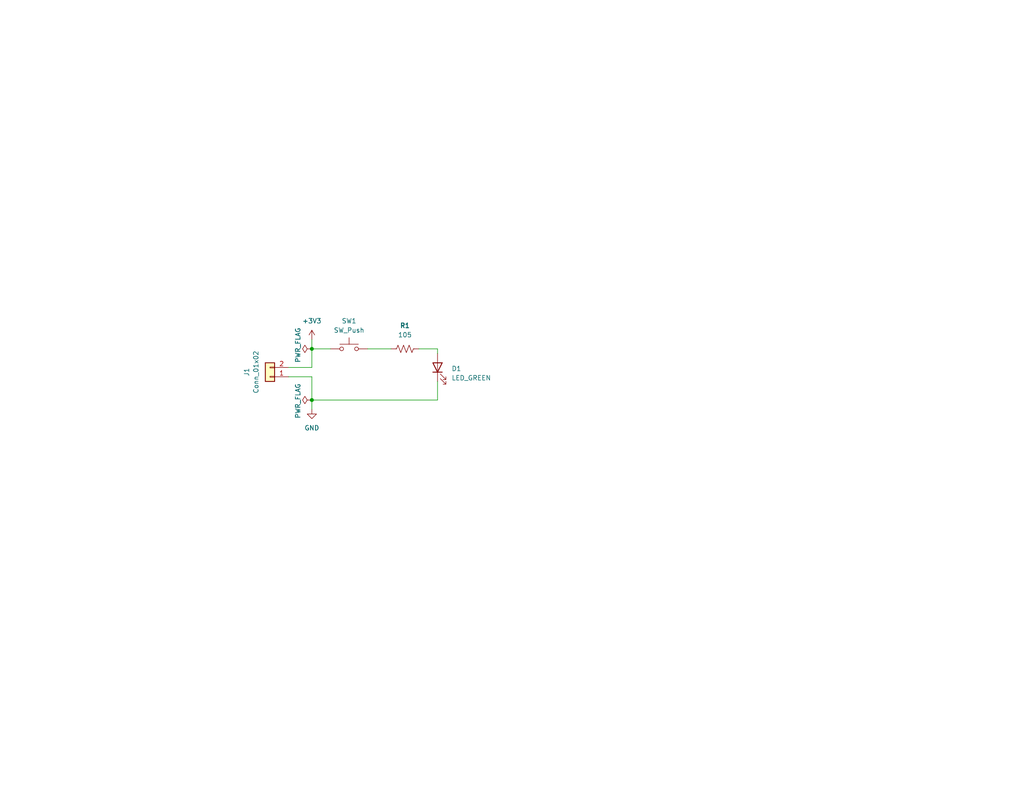
<source format=kicad_sch>
(kicad_sch (version 20230121) (generator eeschema)
  (paper "USLetter")
  (title_block (title "LED Project") (date "2023-09-11") (rev "1.0") (company "Illini Solar Car") (comment 1 "Designed By: Maddie Conrad"))
  (lib_symbols
    (symbol "Connector_Generic:Conn_01x02" (pin_names (offset 1.016) hide)
      (property "Reference" "J" (at 0 2.54 0))
      (property "Value" "Conn_01x02" (at 0 -5.08 0))
      (symbol "Conn_01x02_1_1"
        (rectangle (start -1.27 -2.413) (end 0 -2.667) (stroke (width 0.1524)))
        (rectangle (start -1.27 0.127) (end 0 -0.127) (stroke (width 0.1524)))
        (rectangle (start -1.27 1.27) (end 1.27 -3.81) (stroke (width 0.254)) (fill (type background)))
        (pin passive line (at -5.08 0 0) (length 3.81) (name "Pin_1") (number "1"))
        (pin passive line (at -5.08 -2.54 0) (length 3.81) (name "Pin_2") (number "2"))
      )
    )
    (symbol "Device:LED" (pin_numbers hide) (pin_names (offset 1.016) hide)
      (property "Reference" "D" (at 0 2.54 0))
      (property "Value" "LED" (at 0 -2.54 0))
      (symbol "LED_0_1"
        (polyline (pts (xy -1.27 -1.27) (xy -1.27 1.27)) (stroke (width 0.254)))
        (polyline (pts (xy -1.27 0) (xy 1.27 0)))
        (polyline (pts (xy 1.27 -1.27) (xy 1.27 1.27) (xy -1.27 0) (xy 1.27 -1.27)) (stroke (width 0.254)))
        (polyline (pts (xy -3.048 -0.762) (xy -4.572 -2.286) (xy -3.81 -2.286) (xy -4.572 -2.286) (xy -4.572 -1.524)))
        (polyline (pts (xy -1.778 -0.762) (xy -3.302 -2.286) (xy -2.54 -2.286) (xy -3.302 -2.286) (xy -3.302 -1.524)))
      )
      (symbol "LED_1_1"
        (pin passive line (at -3.81 0 0) (length 2.54) (name "K") (number "1"))
        (pin passive line (at 3.81 0 180) (length 2.54) (name "A") (number "2"))
      )
    )
    (symbol "Device:R_US" (pin_numbers hide) (pin_names (offset 0))
      (property "Reference" "R" (at 2.54 0 90))
      (property "Value" "R_US" (at -2.54 0 90))
      (symbol "R_US_0_1"
        (polyline (pts (xy 0 -2.286) (xy 0 -2.54)))
        (polyline (pts (xy 0 2.286) (xy 0 2.54)))
        (polyline (pts (xy 0 -0.762) (xy 1.016 -1.143) (xy 0 -1.524) (xy -1.016 -1.905) (xy 0 -2.286)))
        (polyline (pts (xy 0 0.762) (xy 1.016 0.381) (xy 0 0) (xy -1.016 -0.381) (xy 0 -0.762)))
        (polyline (pts (xy 0 2.286) (xy 1.016 1.905) (xy 0 1.524) (xy -1.016 1.143) (xy 0 0.762)))
      )
      (symbol "R_US_1_1"
        (pin passive line (at 0 3.81 270) (length 1.27) (name "~") (number "1"))
        (pin passive line (at 0 -3.81 90) (length 1.27) (name "~") (number "2"))
      )
    )
    (symbol "Switch:SW_Push" (pin_numbers hide) (pin_names (offset 1.016) hide)
      (property "Reference" "SW" (at 1.27 2.54 0))
      (property "Value" "SW_Push" (at 0 -1.524 0))
      (symbol "SW_Push_0_1"
        (circle (center -2.032 0) (radius 0.508))
        (polyline (pts (xy 0 1.27) (xy 0 3.048)))
        (polyline (pts (xy 2.54 1.27) (xy -2.54 1.27)))
        (circle (center 2.032 0) (radius 0.508))
        (pin passive line (at -5.08 0 0) (length 2.54) (name "1") (number "1"))
        (pin passive line (at 5.08 0 180) (length 2.54) (name "2") (number "2"))
      )
    )
    (symbol "power:+3.3V" (power) (pin_names (offset 0))
      (property "Value" "+3.3V" (at 0 3.556 0))
      (symbol "+3.3V_0_1"
        (polyline (pts (xy -0.762 1.27) (xy 0 2.54)))
        (polyline (pts (xy 0 0) (xy 0 2.54)))
        (polyline (pts (xy 0 2.54) (xy 0.762 1.27)))
      )
      (symbol "+3.3V_1_1"
        (pin power_in line (at 0 0 90) (length 0) hide (name "+3V3") (number "1"))
      )
    )
    (symbol "power:GND" (power) (pin_names (offset 0))
      (property "Value" "GND" (at 0 -3.81 0))
      (symbol "GND_0_1"
        (polyline (pts (xy 0 0) (xy 0 -1.27) (xy 1.27 -1.27) (xy 0 -2.54) (xy -1.27 -1.27) (xy 0 -1.27)))
      )
      (symbol "GND_1_1"
        (pin power_in line (at 0 0 270) (length 0) hide (name "GND") (number "1"))
      )
    )
    (symbol "power:PWR_FLAG" (power) (pin_numbers hide) (pin_names (offset 0) hide)
      (property "Value" "PWR_FLAG" (at 0 3.81 0))
      (symbol "PWR_FLAG_0_0"
        (pin power_out line (at 0 0 90) (length 0) (name "pwr") (number "1"))
      )
      (symbol "PWR_FLAG_0_1"
        (polyline (pts (xy 0 0) (xy 0 1.27) (xy -1.016 1.905) (xy 0 2.54) (xy 1.016 1.905) (xy 0 1.27)))
      )
    )
  )
  (junction (at 85.09 95.25))
  (junction (at 85.09 109.22))
  (wire (pts (xy 100.33 95.25) (xy 106.68 95.25)))
  (wire (pts (xy 78.74 102.87) (xy 85.09 102.87)))
  (wire (pts (xy 85.09 109.22) (xy 119.38 109.22)))
  (wire (pts (xy 114.3 95.25) (xy 119.38 95.25)))
  (wire (pts (xy 78.74 100.33) (xy 85.09 100.33)))
  (wire (pts (xy 85.09 102.87) (xy 85.09 109.22)))
  (wire (pts (xy 85.09 111.76) (xy 85.09 109.22)))
  (wire (pts (xy 119.38 95.25) (xy 119.38 96.52)))
  (wire (pts (xy 119.38 104.14) (xy 119.38 109.22)))
  (wire (pts (xy 85.09 95.25) (xy 85.09 100.33)))
  (wire (pts (xy 85.09 95.25) (xy 90.17 95.25)))
  (wire (pts (xy 85.09 92.71) (xy 85.09 95.25)))
  (symbol (lib_id "Connector_Generic:Conn_01x02") (at 73.66 102.87 180) (unit 1)
    (property "Reference" "J1" (at 67.31 101.6 90))
    (property "Value" "Conn_01x02" (at 69.85 101.6 90))
    (property "Footprint" "Connector_Molex:Molex_KK-254_AE-6410-02A_1x02_P2.54mm_Vertical" (effects hide))
    (property "Datasheet" "https://tools.molex.com/pdm_docs/sd/022272021_sd.pdf" (effects hide))
    (property "MPN" "022272021" (effects hide))
  )
  (symbol (lib_id "Switch:SW_Push") (at 95.25 95.25 0) (unit 1)
    (property "Reference" "SW1" (at 95.25 87.63 0))
    (property "Value" "SW_Push" (at 95.25 90.17 0))
    (property "Footprint" "Button_Switch_SMD:SW_DIP_SPSTx01_Slide_6.7x4.1mm_W8.61mm_P2.54mm_LowProfile" (effects hide))
    (property "Datasheet" "https://www.digikey.com/en/products/detail/te-connectivity-alcoswitch-switches/1825910-6/1632536?utm_adgroup=Supplier_TE&utm_source=google&utm_medium=cpc&utm_campaign=EN_Product_SKU_MBR&utm_term=%2B1825910-6&utm_content=Supplier_TE&gclid=Cj0KCQjwp4j6BRCRARIsAGq4yMGhBEsv1v5KcRzgW34aOMlPkoRB4A-7BCN08FfGaiq_Dk_nlKJ0QU8aAhZPEALw_wcB" (effects hide))
    (property "MPN" "1825910-6" (effects hide))
  )
  (symbol (lib_id "power:PWR_FLAG") (at 85.09 109.22 90) (unit 1)
    (property "Reference" "#FLG02" (effects hide))
    (property "Value" "PWR_FLAG" (at 81.28 114.3 0) (effects (justify left)))
  )
  (symbol (lib_id "Device:R_US") (at 110.49 95.25 90) (unit 1)
    (property "Reference" "R1" (at 110.49 88.9 90) (effects (font bold)))
    (property "Value" "105" (at 110.49 91.44 90))
    (property "Footprint" "Resistor_SMD:R_0603_1608Metric_Pad0.98x0.95mm_HandSolder" (effects hide))
  )
  (symbol (lib_id "power:+3.3V") (at 85.09 92.71 0) (unit 1)
    (property "Reference" "#PWR01" (effects hide))
    (property "Value" "+3.3V" (at 85.09 87.63 0))
  )
  (symbol (lib_id "Device:LED") (at 119.38 100.33 90) (unit 1)
    (property "Reference" "D1" (at 123.19 100.6475 90) (effects (justify right)))
    (property "Value" "LED_GREEN" (at 123.19 103.1875 90) (effects (justify right)))
    (property "Footprint" "layout:LED_0603_Symbol_on_F.SilkS" (effects hide))
  )
  (symbol (lib_id "power:PWR_FLAG") (at 85.09 95.25 90) (unit 1)
    (property "Reference" "#FLG01" (effects hide))
    (property "Value" "PWR_FLAG" (at 81.28 99.06 0) (effects (justify left)))
  )
  (symbol (lib_id "power:GND") (at 85.09 111.76 0) (unit 1)
    (property "Reference" "#PWR02" (effects hide))
    (property "Value" "GND" (at 85.09 116.84 0))
  )
)
</source>
